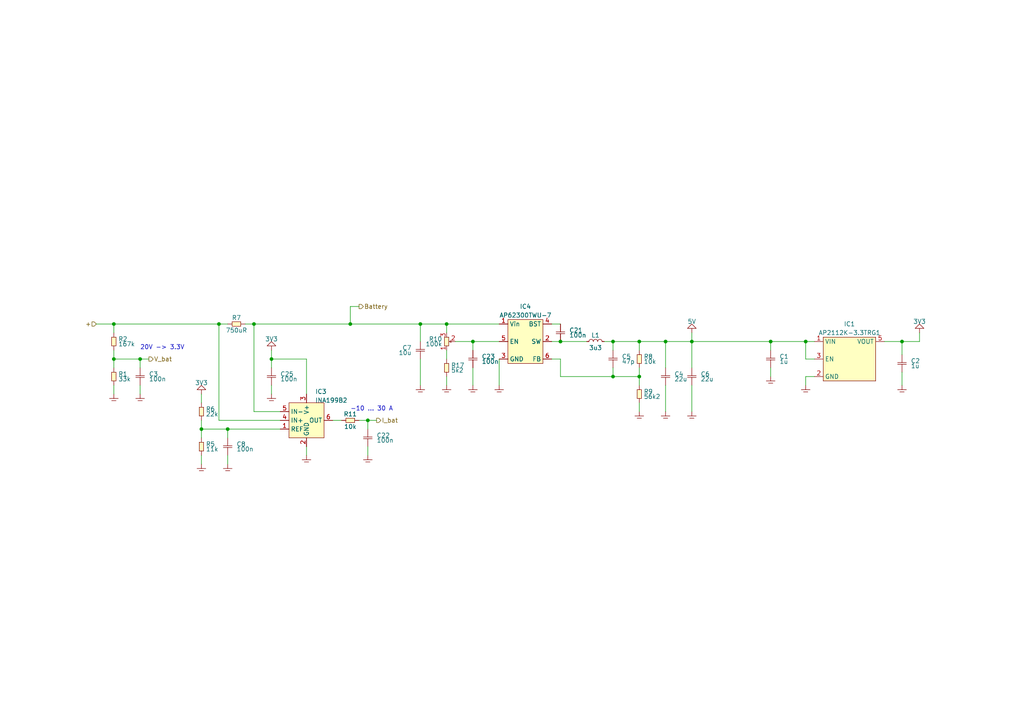
<source format=kicad_sch>
(kicad_sch (version 20230121) (generator eeschema)
  (paper "A4")
  (title_block (title "CAN bus to RC servo adapter") (date "2024-05-21") (rev "0") (comment 1 "Battery Monitoring") (comment 2 "5 V Power supply") (comment 3 "3.3 V Power supply"))
  (lib_symbols
    (symbol "Power:AP2112K-3.3TRG1"
      (property "Reference" "IC7" (at 0 10.16 0))
      (property "Value" "AP2112K-3.3TRG1" (at 0 7.62 0))
      (symbol "AP2112K-3.3TRG1_1_1"
        (rectangle (start -7.62 6.35) (end 7.62 -6.35) (fill (type background)))
        (pin power_in line (at -10.16 5.08 0) (length 2.54) (name "VIN") (number "1"))
        (pin power_out line (at -10.16 -5.08 0) (length 2.54) (name "GND") (number "2"))
        (pin input line (at -10.16 0 0) (length 2.54) (name "EN") (number "3"))
        (pin power_out line (at 10.16 5.08 180) (length 2.54) (name "VOUT") (number "5"))
      )
    )
    (symbol "Power:AP62300TWU-7"
      (property "Reference" "IC" (at 0 10.16 0))
      (property "Value" "AP62300TWU-7" (at 0 7.62 0))
      (symbol "AP62300TWU-7_1_1"
        (rectangle (start -5.08 6.35) (end 5.08 -6.35) (fill (type background)))
        (pin power_in line (at -7.62 5.08 0) (length 2.54) (name "Vin") (number "1"))
        (pin power_out line (at 7.62 0 180) (length 2.54) (name "SW") (number "2"))
        (pin power_out line (at -7.62 -5.08 0) (length 2.54) (name "GND") (number "3"))
        (pin power_in line (at 7.62 5.08 180) (length 2.54) (name "BST") (number "4"))
        (pin input line (at -7.62 0 0) (length 2.54) (name "EN") (number "5"))
        (pin input line (at 7.62 -5.08 180) (length 2.54) (name "FB") (number "6"))
      )
    )
    (symbol "amplifiers:INA199B2"
      (property "Reference" "IC" (at 7.62 10.16 0))
      (property "Value" "INA199B2" (at 7.62 7.62 0))
      (symbol "INA199B2_1_1"
        (rectangle (start -5.08 5.08) (end 5.08 -5.08) (fill (type background)))
        (pin input line (at -7.62 -2.54 0) (length 2.54) (name "REF") (number "1"))
        (pin power_out line (at 0 -7.62 90) (length 2.54) (name "GND") (number "2"))
        (pin power_in line (at 0 7.62 270) (length 2.54) (name "V+") (number "3"))
        (pin input line (at -7.62 0 0) (length 2.54) (name "IN+") (number "4"))
        (pin input line (at -7.62 2.54 0) (length 2.54) (name "IN-") (number "5"))
        (pin output line (at 7.62 0 180) (length 2.54) (name "OUT") (number "6"))
      )
    )
    (symbol "generic:3V3" (power) (pin_numbers hide) (pin_names (offset 0) hide)
      (property "Value" "3V3" (at 0 3.81 0))
      (symbol "3V3_0_1"
        (polyline (pts (xy 0 0) (xy 0 1.27) (xy -1.27 1.27) (xy 0 2.54) (xy 1.27 1.27) (xy 0 1.27)))
      )
      (symbol "3V3_1_1"
        (pin power_in line (at 0 0 90) (length 2.54) hide (name "3V3") (number "~"))
      )
    )
    (symbol "generic:5V" (power) (pin_numbers hide) (pin_names (offset 0) hide)
      (property "Value" "5V" (at 0 3.81 0))
      (symbol "5V_0_1"
        (polyline (pts (xy 0 0) (xy 0 1.27) (xy -1.27 1.27) (xy 0 2.54) (xy 1.27 1.27) (xy 0 1.27)))
      )
      (symbol "5V_1_1"
        (pin power_in line (at 0 0 90) (length 2.54) hide (name "5V") (number "~"))
      )
    )
    (symbol "generic:C" (pin_numbers hide) (pin_names (offset 0) hide)
      (property "Reference" "C" (at 2.54 0 0))
      (symbol "C_0_1"
        (polyline (pts (xy -1.27 -0.254) (xy 1.27 -0.254)))
        (polyline (pts (xy 1.27 0.254) (xy -1.27 0.254)))
      )
      (symbol "C_1_1"
        (pin bidirectional line (at 0 2.54 270) (length 2.3114) (name "~") (number "1"))
        (pin bidirectional line (at 0 -2.54 90) (length 2.3114) (name "~") (number "2"))
      )
    )
    (symbol "generic:GND" (power) (pin_numbers hide) (pin_names (offset 0) hide)
      (symbol "GND_0_1"
        (polyline (pts (xy -1.27 -1.27) (xy 1.27 -1.27)))
        (polyline (pts (xy 0 -2.54) (xy 0 -2.54)))
        (polyline (pts (xy 0 -1.27) (xy 0 0)))
        (polyline (pts (xy 0.635 -1.905) (xy -0.635 -1.905)))
      )
      (symbol "GND_1_1"
        (pin power_in line (at 0 0 270) (length 2.54) hide (name "GND") (number "~"))
      )
    )
    (symbol "generic:L" (pin_numbers hide) (pin_names (offset 0) hide)
      (property "Reference" "L" (at 0 1.905 0))
      (property "Value" "L" (at 0 -1.27 0))
      (symbol "L_0_1"
        (arc (start -0.635 0) (mid -1.27 0.6323) (end -1.905 0))
        (arc (start 0.635 0) (mid 0 0.6323) (end -0.635 0))
        (arc (start 1.905 0) (mid 1.27 0.6323) (end 0.635 0))
      )
      (symbol "L_1_1"
        (pin bidirectional line (at -2.54 0 0) (length 0.635) (name "~") (number "1"))
        (pin bidirectional line (at 2.54 0 180) (length 0.635) (name "~") (number "2"))
      )
    )
    (symbol "generic:R" (pin_numbers hide) (pin_names (offset 0) hide)
      (property "Reference" "R" (at 0 1.905 0))
      (symbol "R_0_1"
        (rectangle (start -1.27 0.635) (end 1.27 -0.635) (fill (type background)))
      )
      (symbol "R_1_1"
        (pin bidirectional line (at -2.54 0 0) (length 1.27) (name "~") (number "1"))
        (pin bidirectional line (at 2.54 0 180) (length 1.27) (name "~") (number "2"))
      )
    )
    (symbol "passives:3362P-1-104LF" (pin_names (offset 0) hide)
      (property "Reference" "R10" (at 0 5.08 0))
      (property "Value" "100k" (at 0 2.54 0))
      (symbol "3362P-1-104LF_0_1"
        (rectangle (start -1.27 0.635) (end 1.27 -0.635) (fill (type background)))
        (polyline (pts (xy -0.254 -1.27) (xy 0.254 -1.27) (xy 0 -0.762) (xy -0.254 -1.27)))
      )
      (symbol "3362P-1-104LF_1_1"
        (pin bidirectional line (at -2.54 0 0) (length 1.27) (name "~") (number "1"))
        (pin bidirectional line (at 0 -2.54 90) (length 1.27) (name "~") (number "2"))
        (pin bidirectional line (at 2.54 0 180) (length 1.27) (name "~") (number "3"))
      )
    )
  )
  (junction (at 58.42 124.46))
  (junction (at 78.74 104.14))
  (junction (at 129.54 93.98))
  (junction (at 106.68 121.92))
  (junction (at 177.8 99.06))
  (junction (at 261.62 99.06))
  (junction (at 162.56 99.06))
  (junction (at 233.68 99.06))
  (junction (at 185.42 109.22))
  (junction (at 101.6 93.98))
  (junction (at 33.02 93.98))
  (junction (at 121.92 93.98))
  (junction (at 185.42 99.06))
  (junction (at 200.66 99.06))
  (junction (at 63.5 93.98))
  (junction (at 73.66 93.98))
  (junction (at 177.8 109.22))
  (junction (at 193.04 99.06))
  (junction (at 33.02 104.14))
  (junction (at 223.52 99.06))
  (junction (at 66.04 124.46))
  (junction (at 137.16 99.06))
  (junction (at 40.64 104.14))
  (wire (pts (xy 73.66 93.98) (xy 101.6 93.98)))
  (wire (pts (xy 144.78 104.14) (xy 144.78 111.76)))
  (wire (pts (xy 233.68 111.76) (xy 233.68 109.22)))
  (wire (pts (xy 66.04 124.46) (xy 81.28 124.46)))
  (wire (pts (xy 33.02 104.14) (xy 33.02 106.68)))
  (wire (pts (xy 58.42 132.08) (xy 58.42 134.62)))
  (wire (pts (xy 101.6 88.9) (xy 104.14 88.9)))
  (wire (pts (xy 223.52 106.68) (xy 223.52 109.22)))
  (wire (pts (xy 121.92 93.98) (xy 121.92 99.06)))
  (wire (pts (xy 223.52 99.06) (xy 223.52 101.6)))
  (wire (pts (xy 193.04 99.06) (xy 200.66 99.06)))
  (wire (pts (xy 58.42 114.3) (xy 58.42 116.84)))
  (wire (pts (xy 78.74 111.76) (xy 78.74 114.3)))
  (wire (pts (xy 266.7 99.06) (xy 266.7 96.52)))
  (wire (pts (xy 101.6 88.9) (xy 101.6 93.98)))
  (wire (pts (xy 63.5 121.92) (xy 81.28 121.92)))
  (wire (pts (xy 129.54 93.98) (xy 129.54 96.52)))
  (wire (pts (xy 121.92 104.14) (xy 121.92 111.76)))
  (wire (pts (xy 121.92 93.98) (xy 129.54 93.98)))
  (wire (pts (xy 129.54 93.98) (xy 144.78 93.98)))
  (wire (pts (xy 200.66 99.06) (xy 223.52 99.06)))
  (wire (pts (xy 193.04 111.76) (xy 193.04 119.38)))
  (wire (pts (xy 193.04 99.06) (xy 193.04 106.68)))
  (wire (pts (xy 236.22 104.14) (xy 233.68 104.14)))
  (wire (pts (xy 58.42 121.92) (xy 58.42 124.46)))
  (wire (pts (xy 200.66 99.06) (xy 200.66 106.68)))
  (wire (pts (xy 40.64 104.14) (xy 43.18 104.14)))
  (wire (pts (xy 200.66 99.06) (xy 200.66 96.52)))
  (wire (pts (xy 33.02 111.76) (xy 33.02 114.3)))
  (wire (pts (xy 106.68 129.54) (xy 106.68 132.08)))
  (wire (pts (xy 261.62 107.95) (xy 261.62 111.76)))
  (wire (pts (xy 177.8 109.22) (xy 185.42 109.22)))
  (wire (pts (xy 58.42 124.46) (xy 58.42 127)))
  (wire (pts (xy 137.16 101.6) (xy 137.16 99.06)))
  (wire (pts (xy 175.26 99.06) (xy 177.8 99.06)))
  (wire (pts (xy 33.02 101.6) (xy 33.02 104.14)))
  (wire (pts (xy 160.02 104.14) (xy 162.56 104.14)))
  (wire (pts (xy 33.02 104.14) (xy 40.64 104.14)))
  (wire (pts (xy 233.68 109.22) (xy 236.22 109.22)))
  (wire (pts (xy 81.28 119.38) (xy 73.66 119.38)))
  (wire (pts (xy 185.42 116.84) (xy 185.42 119.38)))
  (wire (pts (xy 40.64 111.76) (xy 40.64 114.3)))
  (wire (pts (xy 33.02 93.98) (xy 33.02 96.52)))
  (wire (pts (xy 233.68 104.14) (xy 233.68 99.06)))
  (wire (pts (xy 78.74 104.14) (xy 78.74 106.68)))
  (wire (pts (xy 109.22 121.92) (xy 106.68 121.92)))
  (wire (pts (xy 66.04 124.46) (xy 66.04 127)))
  (wire (pts (xy 162.56 99.06) (xy 170.18 99.06)))
  (wire (pts (xy 177.8 99.06) (xy 185.42 99.06)))
  (wire (pts (xy 185.42 99.06) (xy 193.04 99.06)))
  (wire (pts (xy 137.16 106.68) (xy 137.16 111.76)))
  (wire (pts (xy 162.56 109.22) (xy 177.8 109.22)))
  (wire (pts (xy 78.74 101.6) (xy 78.74 104.14)))
  (wire (pts (xy 233.68 99.06) (xy 236.22 99.06)))
  (wire (pts (xy 96.52 121.92) (xy 99.06 121.92)))
  (wire (pts (xy 160.02 99.06) (xy 162.56 99.06)))
  (wire (pts (xy 71.12 93.98) (xy 73.66 93.98)))
  (wire (pts (xy 185.42 101.6) (xy 185.42 99.06)))
  (wire (pts (xy 261.62 102.87) (xy 261.62 99.06)))
  (wire (pts (xy 129.54 109.22) (xy 129.54 111.76)))
  (wire (pts (xy 63.5 93.98) (xy 63.5 121.92)))
  (wire (pts (xy 185.42 109.22) (xy 185.42 111.76)))
  (wire (pts (xy 160.02 93.98) (xy 162.56 93.98)))
  (wire (pts (xy 33.02 93.98) (xy 63.5 93.98)))
  (wire (pts (xy 58.42 124.46) (xy 66.04 124.46)))
  (wire (pts (xy 200.66 111.76) (xy 200.66 119.38)))
  (wire (pts (xy 73.66 93.98) (xy 73.66 119.38)))
  (wire (pts (xy 185.42 106.68) (xy 185.42 109.22)))
  (wire (pts (xy 63.5 93.98) (xy 66.04 93.98)))
  (wire (pts (xy 40.64 104.14) (xy 40.64 106.68)))
  (wire (pts (xy 88.9 104.14) (xy 88.9 114.3)))
  (wire (pts (xy 104.14 121.92) (xy 106.68 121.92)))
  (wire (pts (xy 88.9 132.08) (xy 88.9 129.54)))
  (wire (pts (xy 162.56 104.14) (xy 162.56 109.22)))
  (wire (pts (xy 256.54 99.06) (xy 261.62 99.06)))
  (wire (pts (xy 101.6 93.98) (xy 121.92 93.98)))
  (wire (pts (xy 137.16 99.06) (xy 144.78 99.06)))
  (wire (pts (xy 106.68 121.92) (xy 106.68 124.46)))
  (wire (pts (xy 27.94 93.98) (xy 33.02 93.98)))
  (wire (pts (xy 233.68 99.06) (xy 223.52 99.06)))
  (wire (pts (xy 177.8 109.22) (xy 177.8 106.68)))
  (wire (pts (xy 129.54 101.6) (xy 129.54 104.14)))
  (wire (pts (xy 261.62 99.06) (xy 266.7 99.06)))
  (wire (pts (xy 88.9 104.14) (xy 78.74 104.14)))
  (wire (pts (xy 132.08 99.06) (xy 137.16 99.06)))
  (wire (pts (xy 177.8 99.06) (xy 177.8 101.6)))
  (wire (pts (xy 66.04 132.08) (xy 66.04 134.62)))
  (text "-10 ... 30 A" (at 101.6 119.38 0) (effects (font (size 1.27 1.27)) (justify left bottom)))
  (text "20V -> 3.3V" (at 40.64 101.6 0) (effects (font (size 1.27 1.27)) (justify left bottom)))
  (hierarchical_label "V_bat" (shape output) (at 43.18 104.14 0))
  (hierarchical_label "Battery" (shape output) (at 104.14 88.9 0))
  (hierarchical_label "I_bat" (shape output) (at 109.22 121.92 0))
  (hierarchical_label "+" (shape input) (at 27.94 93.98 180))
  (symbol (lib_id "generic:GND") (at 223.52 109.22 0) (unit 1)
    (property "Reference" "#GND04" (effects hide))
    (property "Value" "GND" (effects hide))
  )
  (symbol (lib_id "generic:GND") (at 88.9 132.08 0) (unit 1)
    (property "Reference" "#GND027" (effects hide))
    (property "Value" "GND" (effects hide))
  )
  (symbol (lib_id "generic:GND") (at 66.04 134.62 0) (unit 1)
    (property "Reference" "#GND035" (effects hide))
    (property "Value" "GND" (effects hide))
  )
  (symbol (lib_id "generic:GND") (at 33.02 114.3 0) (unit 1)
    (property "Reference" "#GND032" (effects hide))
    (property "Value" "GND" (effects hide))
  )
  (symbol (lib_id "amplifiers:INA199B2") (at 88.9 121.92 0) (unit 1)
    (property "Reference" "IC3" (at 91.44 114.3 0) (effects (justify left bottom)))
    (property "Value" "INA199B2" (at 91.44 116.84 0) (effects (justify left bottom)))
    (property "Footprint" "sc70:SC70-6L" (effects hide))
    (property "Datasheet" "https://www.ti.com/lit/ds/symlink/ina199.pdf" (effects hide))
    (property "MPN" "INA199B2DCKR" (effects hide))
    (property "DigiKey" "296-40119-1-ND" (effects hide))
  )
  (symbol (lib_id "generic:R") (at 68.58 93.98 180) (unit 1)
    (property "Reference" "R7" (at 68.58 91.44 0) (effects (justify bottom)))
    (property "Value" "750uR" (at 68.58 96.52 0) (effects (justify top)))
    (property "Footprint" "SMT:2512-high-current" (effects hide))
    (property "Sim.Device" "R" (effects hide))
    (property "Sim.Pins" "1=+ 2=-" (effects hide))
  )
  (symbol (lib_id "Power:AP2112K-3.3TRG1") (at 246.38 104.14 0) (unit 1)
    (property "Reference" "IC1" (at 246.38 93.98 0))
    (property "Value" "AP2112K-3.3TRG1" (at 246.38 96.52 0))
    (property "Footprint" "SOT:SOT-23-5" (effects hide))
    (property "Datasheet" "https://www.diodes.com/assets/Datasheets/AP2112.pdf" (effects hide))
    (property "MPN" "AP2112K-3.3TRG1" (effects hide))
    (property "Digi-Key" "AP2112K-3.3TRG1DICT-ND" (effects hide))
  )
  (symbol (lib_id "generic:5V") (at 200.66 96.52 0) (unit 1)
    (property "Reference" "#5V01" (effects hide))
    (property "Value" "5V" (at 200.66 93.98 0) (effects (justify bottom)))
  )
  (symbol (lib_id "generic:C") (at 137.16 104.14 0) (unit 1)
    (property "Reference" "C23" (at 139.7 104.14 0) (effects (justify left bottom)))
    (property "Value" "100n" (at 139.7 104.14 0) (effects (justify left top)))
    (property "Footprint" "SMT:0603" (effects hide))
  )
  (symbol (lib_id "generic:C") (at 66.04 129.54 0) (unit 1)
    (property "Reference" "C8" (at 68.58 129.54 0) (effects (justify left bottom)))
    (property "Value" "100n" (at 68.58 129.54 0) (effects (justify left top)))
    (property "Footprint" "SMT:0603" (effects hide))
  )
  (symbol (lib_id "generic:R") (at 101.6 121.92 180) (unit 1)
    (property "Reference" "R11" (at 101.6 119.38 0) (effects (justify bottom)))
    (property "Value" "10k" (at 101.6 124.46 0) (effects (justify top)))
    (property "Footprint" "SMT:0603" (effects hide))
    (property "Sim.Device" "R" (effects hide))
    (property "Sim.Pins" "1=+ 2=-" (effects hide))
  )
  (symbol (lib_id "generic:3V3") (at 78.74 101.6 0) (unit 1)
    (property "Reference" "#3V07" (effects hide))
    (property "Value" "3V3" (at 78.74 99.06 0) (effects (justify bottom)))
  )
  (symbol (lib_id "generic:C") (at 223.52 104.14 0) (unit 1)
    (property "Reference" "C1" (at 226.06 104.14 0) (effects (justify left bottom)))
    (property "Value" "1u" (at 226.06 104.14 0) (effects (justify left top)))
    (property "Footprint" "SMT:0603" (effects hide))
  )
  (symbol (lib_id "generic:GND") (at 233.68 111.76 0) (unit 1)
    (property "Reference" "#GND033" (effects hide))
    (property "Value" "GND" (effects hide))
  )
  (symbol (lib_id "generic:C") (at 121.92 101.6 0) (unit 1)
    (property "Reference" "C7" (at 119.38 101.6 0) (effects (justify right bottom)))
    (property "Value" "10u" (at 119.38 101.6 0) (effects (justify right top)))
    (property "Footprint" "SMT:0603" (effects hide))
  )
  (symbol (lib_id "passives:3362P-1-104LF") (at 129.54 99.06 90) (unit 1)
    (property "Reference" "R10" (at 128.27 99.06 90) (effects (justify left top)))
    (property "Value" "100k" (at 128.27 99.06 90) (effects (justify left bottom)))
    (property "Footprint" "potentiometers:3362P" (effects hide))
    (property "Datasheet" "https://www.bourns.com/docs/Product-Datasheets/3362.pdf" (effects hide))
    (property "MPN" "3362P-1-104LF" (effects hide))
    (property "DigiKey" "3362P-104LF-ND" (effects hide))
  )
  (symbol (lib_id "generic:GND") (at 78.74 114.3 0) (unit 1)
    (property "Reference" "#GND07" (effects hide))
    (property "Value" "GND" (effects hide))
  )
  (symbol (lib_id "generic:C") (at 200.66 109.22 0) (unit 1)
    (property "Reference" "C6" (at 203.2 109.22 0) (effects (justify left bottom)))
    (property "Value" "22u" (at 203.2 109.22 0) (effects (justify left top)))
    (property "Footprint" "SMT:0603" (effects hide))
  )
  (symbol (lib_id "generic:C") (at 261.62 105.41 0) (unit 1)
    (property "Reference" "C2" (at 264.16 105.41 0) (effects (justify left bottom)))
    (property "Value" "1u" (at 264.16 105.41 0) (effects (justify left top)))
    (property "Footprint" "SMT:0603" (effects hide))
  )
  (symbol (lib_id "generic:C") (at 162.56 96.52 0) (unit 1)
    (property "Reference" "C21" (at 165.1 96.52 0) (effects (justify left bottom)))
    (property "Value" "100n" (at 165.1 96.52 0) (effects (justify left top)))
    (property "Footprint" "SMT:0603" (effects hide))
  )
  (symbol (lib_id "generic:R") (at 33.02 99.06 90) (unit 1)
    (property "Reference" "R2" (at 34.29 99.06 90) (effects (justify right top)))
    (property "Value" "167k" (at 34.29 99.06 90) (effects (justify right bottom)))
    (property "Footprint" "SMT:0603" (effects hide))
    (property "Sim.Device" "R" (effects hide))
    (property "Sim.Pins" "1=+ 2=-" (effects hide))
  )
  (symbol (lib_id "generic:GND") (at 40.64 114.3 0) (unit 1)
    (property "Reference" "#GND06" (effects hide))
    (property "Value" "GND" (effects hide))
  )
  (symbol (lib_id "generic:GND") (at 137.16 111.76 0) (unit 1)
    (property "Reference" "#GND024" (effects hide))
    (property "Value" "GND" (effects hide))
  )
  (symbol (lib_id "generic:R") (at 58.42 129.54 90) (unit 1)
    (property "Reference" "R5" (at 59.69 129.54 90) (effects (justify right top)))
    (property "Value" "11k" (at 59.69 129.54 90) (effects (justify right bottom)))
    (property "Footprint" "SMT:0603" (effects hide))
    (property "Sim.Device" "R" (effects hide))
    (property "Sim.Pins" "1=+ 2=-" (effects hide))
  )
  (symbol (lib_id "generic:R") (at 58.42 119.38 90) (unit 1)
    (property "Reference" "R6" (at 59.69 119.38 90) (effects (justify right top)))
    (property "Value" "22k" (at 59.69 119.38 90) (effects (justify right bottom)))
    (property "Footprint" "SMT:0603" (effects hide))
    (property "Sim.Device" "R" (effects hide))
    (property "Sim.Pins" "1=+ 2=-" (effects hide))
  )
  (symbol (lib_id "generic:GND") (at 185.42 119.38 0) (unit 1)
    (property "Reference" "#GND012" (effects hide))
    (property "Value" "GND" (effects hide))
  )
  (symbol (lib_id "generic:R") (at 129.54 106.68 90) (unit 1)
    (property "Reference" "R17" (at 130.81 106.68 90) (effects (justify right top)))
    (property "Value" "5k2" (at 130.81 106.68 90) (effects (justify right bottom)))
    (property "Footprint" "SMT:0603" (effects hide))
    (property "Sim.Device" "R" (effects hide))
    (property "Sim.Pins" "1=+ 2=-" (effects hide))
  )
  (symbol (lib_id "generic:R") (at 33.02 109.22 90) (unit 1)
    (property "Reference" "R1" (at 34.29 109.22 90) (effects (justify right top)))
    (property "Value" "33k" (at 34.29 109.22 90) (effects (justify right bottom)))
    (property "Footprint" "SMT:0603" (effects hide))
    (property "Sim.Device" "R" (effects hide))
    (property "Sim.Pins" "1=+ 2=-" (effects hide))
  )
  (symbol (lib_id "generic:GND") (at 261.62 111.76 0) (unit 1)
    (property "Reference" "#GND05" (effects hide))
    (property "Value" "GND" (effects hide))
  )
  (symbol (lib_id "generic:GND") (at 193.04 119.38 0) (unit 1)
    (property "Reference" "#GND013" (effects hide))
    (property "Value" "GND" (effects hide))
  )
  (symbol (lib_id "generic:GND") (at 58.42 134.62 0) (unit 1)
    (property "Reference" "#GND011" (effects hide))
    (property "Value" "GND" (effects hide))
  )
  (symbol (lib_id "generic:C") (at 106.68 127 0) (unit 1)
    (property "Reference" "C22" (at 109.22 127 0) (effects (justify left bottom)))
    (property "Value" "100n" (at 109.22 127 0) (effects (justify left top)))
    (property "Footprint" "SMT:0603" (effects hide))
  )
  (symbol (lib_id "generic:C") (at 78.74 109.22 0) (unit 1)
    (property "Reference" "C25" (at 81.28 109.22 0) (effects (justify left bottom)))
    (property "Value" "100n" (at 81.28 109.22 0) (effects (justify left top)))
    (property "Footprint" "SMT:0603" (effects hide))
  )
  (symbol (lib_id "generic:R") (at 185.42 114.3 90) (unit 1)
    (property "Reference" "R9" (at 186.69 114.3 90) (effects (justify right top)))
    (property "Value" "56k2" (at 186.69 114.3 90) (effects (justify right bottom)))
    (property "Footprint" "SMT:0603" (effects hide))
    (property "Sim.Device" "R" (effects hide))
    (property "Sim.Pins" "1=+ 2=-" (effects hide))
  )
  (symbol (lib_id "generic:C") (at 40.64 109.22 0) (unit 1)
    (property "Reference" "C3" (at 43.18 109.22 0) (effects (justify left bottom)))
    (property "Value" "100n" (at 43.18 109.22 0) (effects (justify left top)))
    (property "Footprint" "SMT:0603" (effects hide))
  )
  (symbol (lib_id "generic:R") (at 185.42 104.14 90) (unit 1)
    (property "Reference" "R8" (at 186.69 104.14 90) (effects (justify right top)))
    (property "Value" "10k" (at 186.69 104.14 90) (effects (justify right bottom)))
    (property "Footprint" "SMT:0603" (effects hide))
    (property "Sim.Device" "R" (effects hide))
    (property "Sim.Pins" "1=+ 2=-" (effects hide))
  )
  (symbol (lib_id "generic:C") (at 193.04 109.22 0) (unit 1)
    (property "Reference" "C4" (at 195.58 109.22 0) (effects (justify left bottom)))
    (property "Value" "22u" (at 195.58 109.22 0) (effects (justify left top)))
    (property "Footprint" "SMT:0603" (effects hide))
  )
  (symbol (lib_id "generic:3V3") (at 266.7 96.52 0) (unit 1)
    (property "Reference" "#3V01" (effects hide))
    (property "Value" "3V3" (at 266.7 93.98 0) (effects (justify bottom)))
  )
  (symbol (lib_id "generic:GND") (at 106.68 132.08 0) (unit 1)
    (property "Reference" "#GND028" (effects hide))
    (property "Value" "GND" (effects hide))
  )
  (symbol (lib_id "generic:C") (at 177.8 104.14 0) (unit 1)
    (property "Reference" "C5" (at 180.34 104.14 0) (effects (justify left bottom)))
    (property "Value" "47p" (at 180.34 104.14 0) (effects (justify left top)))
    (property "Footprint" "SMT:0603" (effects hide))
  )
  (symbol (lib_id "generic:3V3") (at 58.42 114.3 0) (unit 1)
    (property "Reference" "#3V03" (effects hide))
    (property "Value" "3V3" (at 58.42 111.76 0) (effects (justify bottom)))
  )
  (symbol (lib_id "Power:AP62300TWU-7") (at 152.4 99.06 0) (unit 1)
    (property "Reference" "IC4" (at 152.4 88.9 0))
    (property "Value" "AP62300TWU-7" (at 152.4 91.44 0))
    (property "Footprint" "SOT:SOT-23-6" (effects hide))
    (property "Datasheet" "https://www.diodes.com/assets/Datasheets/AP62300_AP62301_AP62300T.pdf" (effects hide))
    (property "MPN" "AP62300TWU-7" (effects hide))
    (property "DigiKey" "31-AP62300TWU-7CT-ND" (effects hide))
    (property "Manufacturer" "Diodes Incorporated" (effects hide))
  )
  (symbol (lib_id "generic:L") (at 172.72 99.06 0) (unit 1)
    (property "Reference" "L1" (at 172.72 96.52 0) (effects (justify top)))
    (property "Value" "3u3" (at 172.72 101.6 0) (effects (justify bottom)))
    (property "Footprint" "inductor:5x5" (effects hide))
    (property "Datasheet" "https://product.tdk.com/system/files/dam/doc/product/inductor/inductor/smd/catalog/inductor_commercial_power_vls5045ex_en.pdf" (effects hide))
    (property "MPN" "VLS5045EX-3R3N" (effects hide))
    (property "DigiKey" "445-174398-1-ND" (effects hide))
  )
  (symbol (lib_id "generic:GND") (at 200.66 119.38 0) (unit 1)
    (property "Reference" "#GND014" (effects hide))
    (property "Value" "GND" (effects hide))
  )
  (symbol (lib_id "generic:GND") (at 121.92 111.76 0) (unit 1)
    (property "Reference" "#GND015" (effects hide))
    (property "Value" "GND" (effects hide))
  )
  (symbol (lib_id "generic:GND") (at 129.54 111.76 0) (unit 1)
    (property "Reference" "#GND018" (effects hide))
    (property "Value" "GND" (effects hide))
  )
  (symbol (lib_id "generic:GND") (at 144.78 111.76 0) (unit 1)
    (property "Reference" "#GND025" (effects hide))
    (property "Value" "GND" (effects hide))
  )
)
</source>
